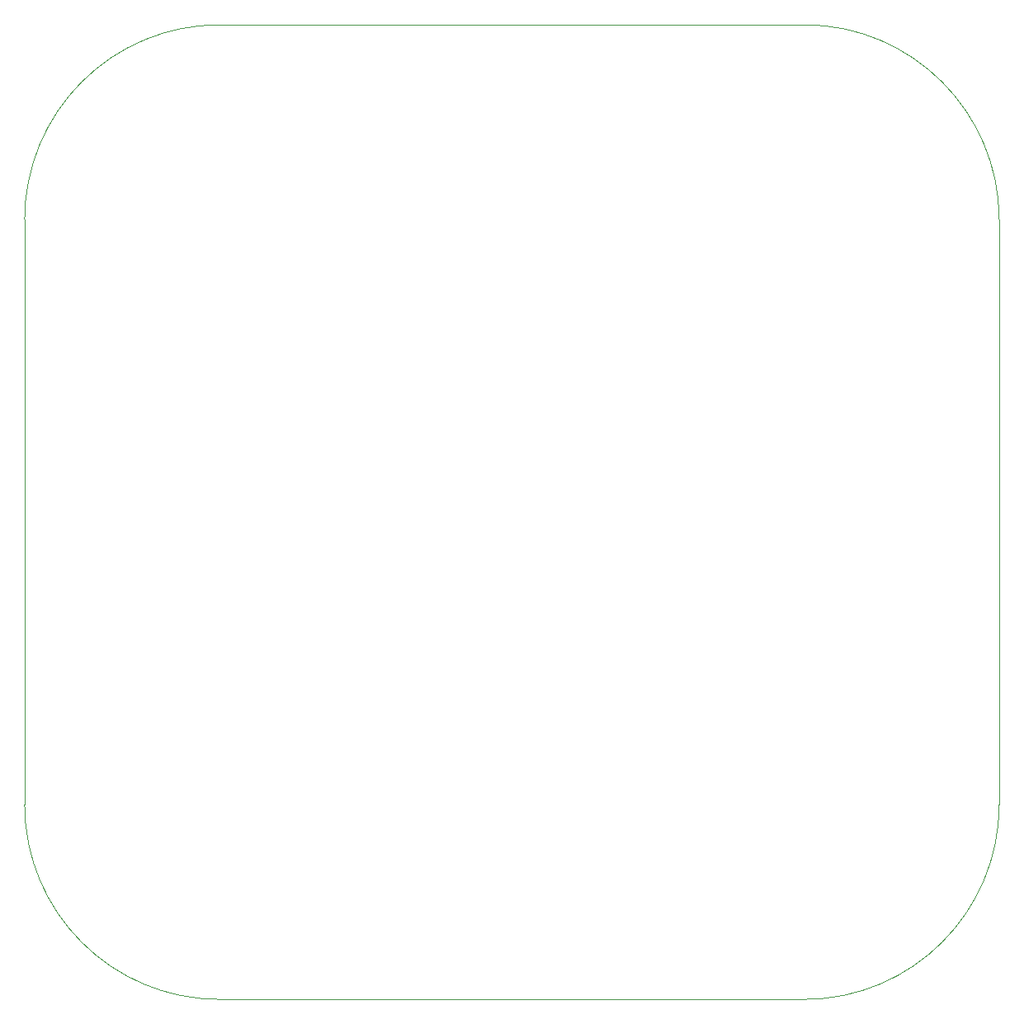
<source format=gm1>
G04 #@! TF.GenerationSoftware,KiCad,Pcbnew,(5.1.5-0-10_14)*
G04 #@! TF.CreationDate,2021-01-17T15:29:47+09:00*
G04 #@! TF.ProjectId,LedClock,4c656443-6c6f-4636-9b2e-6b696361645f,1.0*
G04 #@! TF.SameCoordinates,Original*
G04 #@! TF.FileFunction,Profile,NP*
%FSLAX46Y46*%
G04 Gerber Fmt 4.6, Leading zero omitted, Abs format (unit mm)*
G04 Created by KiCad (PCBNEW (5.1.5-0-10_14)) date 2021-01-17 15:29:47*
%MOMM*%
%LPD*%
G04 APERTURE LIST*
%ADD10C,0.050000*%
G04 APERTURE END LIST*
D10*
X50000000Y-30000000D02*
G75*
G02X30000000Y-50000000I-20000000J0D01*
G01*
X-30000000Y-50000000D02*
G75*
G02X-50000000Y-30000000I0J20000000D01*
G01*
X-50000000Y30000000D02*
G75*
G02X-30000000Y50000000I20000000J0D01*
G01*
X30000000Y50000000D02*
G75*
G02X50000000Y30000000I0J-20000000D01*
G01*
X-50000000Y-30000000D02*
X-50000000Y30000000D01*
X30000000Y-50000000D02*
X-30000000Y-50000000D01*
X50000000Y30000000D02*
X50000000Y-30000000D01*
X-30000000Y50000000D02*
X30000000Y50000000D01*
M02*

</source>
